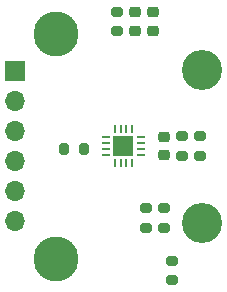
<source format=gbr>
%TF.GenerationSoftware,KiCad,Pcbnew,8.0.4-8.0.4-0~ubuntu22.04.1*%
%TF.CreationDate,2024-08-30T21:18:56-07:00*%
%TF.ProjectId,mag-encoder,6d61672d-656e-4636-9f64-65722e6b6963,1*%
%TF.SameCoordinates,Original*%
%TF.FileFunction,Soldermask,Bot*%
%TF.FilePolarity,Negative*%
%FSLAX46Y46*%
G04 Gerber Fmt 4.6, Leading zero omitted, Abs format (unit mm)*
G04 Created by KiCad (PCBNEW 8.0.4-8.0.4-0~ubuntu22.04.1) date 2024-08-30 21:18:56*
%MOMM*%
%LPD*%
G01*
G04 APERTURE LIST*
G04 Aperture macros list*
%AMRoundRect*
0 Rectangle with rounded corners*
0 $1 Rounding radius*
0 $2 $3 $4 $5 $6 $7 $8 $9 X,Y pos of 4 corners*
0 Add a 4 corners polygon primitive as box body*
4,1,4,$2,$3,$4,$5,$6,$7,$8,$9,$2,$3,0*
0 Add four circle primitives for the rounded corners*
1,1,$1+$1,$2,$3*
1,1,$1+$1,$4,$5*
1,1,$1+$1,$6,$7*
1,1,$1+$1,$8,$9*
0 Add four rect primitives between the rounded corners*
20,1,$1+$1,$2,$3,$4,$5,0*
20,1,$1+$1,$4,$5,$6,$7,0*
20,1,$1+$1,$6,$7,$8,$9,0*
20,1,$1+$1,$8,$9,$2,$3,0*%
G04 Aperture macros list end*
%ADD10C,3.810000*%
%ADD11C,3.400000*%
%ADD12R,1.700000X1.700000*%
%ADD13O,1.700000X1.700000*%
%ADD14RoundRect,0.200000X0.200000X0.275000X-0.200000X0.275000X-0.200000X-0.275000X0.200000X-0.275000X0*%
%ADD15RoundRect,0.225000X0.250000X-0.225000X0.250000X0.225000X-0.250000X0.225000X-0.250000X-0.225000X0*%
%ADD16RoundRect,0.225000X-0.250000X0.225000X-0.250000X-0.225000X0.250000X-0.225000X0.250000X0.225000X0*%
%ADD17RoundRect,0.200000X-0.275000X0.200000X-0.275000X-0.200000X0.275000X-0.200000X0.275000X0.200000X0*%
%ADD18RoundRect,0.200000X0.275000X-0.200000X0.275000X0.200000X-0.275000X0.200000X-0.275000X-0.200000X0*%
%ADD19RoundRect,0.062500X-0.287500X-0.062500X0.287500X-0.062500X0.287500X0.062500X-0.287500X0.062500X0*%
%ADD20RoundRect,0.062500X-0.062500X-0.287500X0.062500X-0.287500X0.062500X0.287500X-0.062500X0.287500X0*%
G04 APERTURE END LIST*
D10*
%TO.C,H1*%
X224840800Y-114046000D03*
%TD*%
D11*
%TO.C,J2*%
X237177800Y-130051000D03*
X237177800Y-117091000D03*
%TD*%
D12*
%TO.C,J1*%
X221411800Y-117221000D03*
D13*
X221411800Y-119761000D03*
X221411800Y-122301000D03*
X221411800Y-124841000D03*
X221411800Y-127381000D03*
X221411800Y-129921000D03*
%TD*%
D10*
%TO.C,H2*%
X224840800Y-133096000D03*
%TD*%
D14*
%TO.C,R4*%
X227189800Y-123825000D03*
X225539800Y-123825000D03*
%TD*%
D15*
%TO.C,C3*%
X233984800Y-124346000D03*
X233984800Y-122796000D03*
%TD*%
D16*
%TO.C,C2*%
X231521000Y-112255000D03*
X231521000Y-113805000D03*
%TD*%
D17*
%TO.C,R6*%
X232460800Y-128842000D03*
X232460800Y-130492000D03*
%TD*%
D18*
%TO.C,R7*%
X234696000Y-134937000D03*
X234696000Y-133287000D03*
%TD*%
D17*
%TO.C,R2*%
X237032800Y-122746000D03*
X237032800Y-124396000D03*
%TD*%
%TO.C,R3*%
X235508800Y-122746000D03*
X235508800Y-124396000D03*
%TD*%
D16*
%TO.C,C1*%
X233045000Y-112255000D03*
X233045000Y-113805000D03*
%TD*%
D19*
%TO.C,U2*%
X229105800Y-124309000D03*
X229105800Y-123809000D03*
X229105800Y-123309000D03*
X229105800Y-122809000D03*
D20*
X229805800Y-122121000D03*
X230305800Y-122121000D03*
X230805800Y-122121000D03*
X231305800Y-122121000D03*
D19*
X232005800Y-122821000D03*
X232005800Y-123321000D03*
X232005800Y-123821000D03*
X232005800Y-124321000D03*
D20*
X231305800Y-125021000D03*
X230805800Y-125021000D03*
X230305800Y-125021000D03*
X229805800Y-125021000D03*
D12*
X230555800Y-123571000D03*
%TD*%
D17*
%TO.C,R5*%
X233984800Y-128842000D03*
X233984800Y-130492000D03*
%TD*%
%TO.C,R1*%
X229997000Y-112205000D03*
X229997000Y-113855000D03*
%TD*%
M02*

</source>
